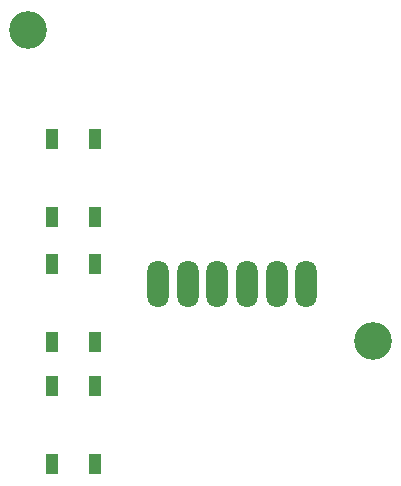
<source format=gbr>
%TF.GenerationSoftware,KiCad,Pcbnew,(6.0.5)*%
%TF.CreationDate,2023-02-05T19:42:25+01:00*%
%TF.ProjectId,PicoMemcard-rp2040zero,5069636f-4d65-46d6-9361-72642d727032,1.3.1*%
%TF.SameCoordinates,Original*%
%TF.FileFunction,Soldermask,Bot*%
%TF.FilePolarity,Negative*%
%FSLAX46Y46*%
G04 Gerber Fmt 4.6, Leading zero omitted, Abs format (unit mm)*
G04 Created by KiCad (PCBNEW (6.0.5)) date 2023-02-05 19:42:25*
%MOMM*%
%LPD*%
G01*
G04 APERTURE LIST*
%ADD10C,3.200000*%
%ADD11R,1.000000X1.700000*%
%ADD12O,1.800000X4.000000*%
G04 APERTURE END LIST*
D10*
%TO.C,H2*%
X163530000Y-102070000D03*
%TD*%
%TO.C,H1*%
X134370000Y-75730000D03*
%TD*%
D11*
%TO.C,3*%
X140026000Y-112520000D03*
X140026000Y-105920000D03*
X136326000Y-112520000D03*
X136326000Y-105920000D03*
%TD*%
%TO.C,1*%
X140026000Y-91570000D03*
X140026000Y-84970000D03*
X136326000Y-91570000D03*
X136326000Y-84970000D03*
%TD*%
%TO.C,2*%
X140026000Y-102160000D03*
X140026000Y-95560000D03*
X136326000Y-102160000D03*
X136326000Y-95560000D03*
%TD*%
D12*
%TO.C,J2*%
X145372000Y-97248000D03*
X147872000Y-97248000D03*
X150372000Y-97248000D03*
X152872000Y-97248000D03*
X155372000Y-97248000D03*
X157872000Y-97248000D03*
%TD*%
M02*

</source>
